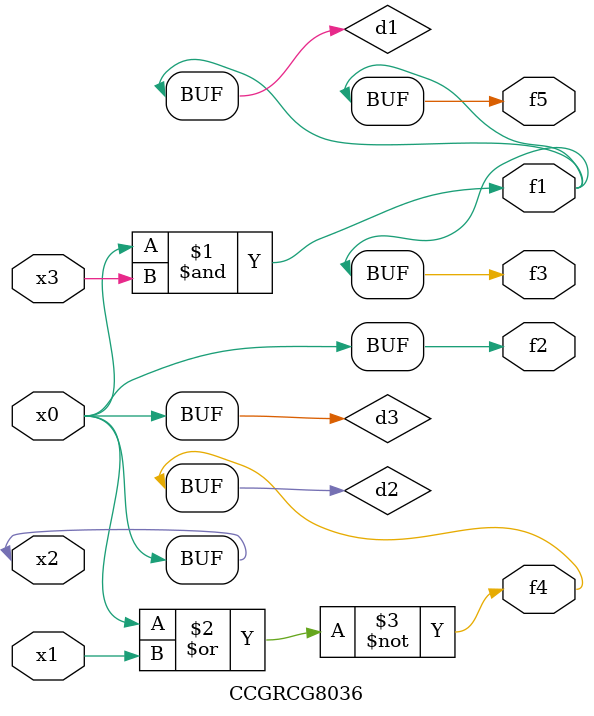
<source format=v>
module CCGRCG8036(
	input x0, x1, x2, x3,
	output f1, f2, f3, f4, f5
);

	wire d1, d2, d3;

	and (d1, x2, x3);
	nor (d2, x0, x1);
	buf (d3, x0, x2);
	assign f1 = d1;
	assign f2 = d3;
	assign f3 = d1;
	assign f4 = d2;
	assign f5 = d1;
endmodule

</source>
